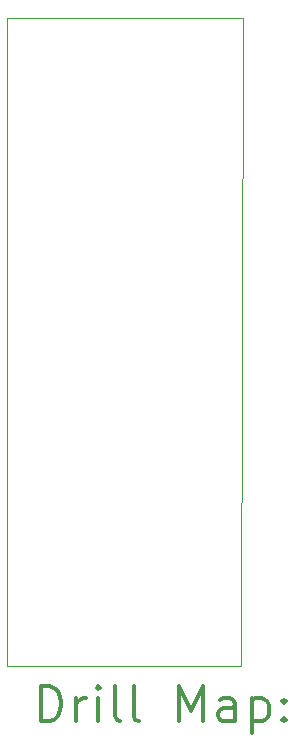
<source format=gbr>
%FSLAX45Y45*%
G04 Gerber Fmt 4.5, Leading zero omitted, Abs format (unit mm)*
G04 Created by KiCad (PCBNEW (5.1.9)-1) date 2021-06-10 15:02:57*
%MOMM*%
%LPD*%
G01*
G04 APERTURE LIST*
%TA.AperFunction,Profile*%
%ADD10C,0.050000*%
%TD*%
%ADD11C,0.200000*%
%ADD12C,0.300000*%
G04 APERTURE END LIST*
D10*
X9779000Y-10058400D02*
X9779000Y-4572000D01*
X11760200Y-10058400D02*
X9779000Y-10058400D01*
X11772900Y-4572000D02*
X11760200Y-10058400D01*
X9779000Y-4572000D02*
X11772900Y-4572000D01*
D11*
D12*
X10062928Y-10526614D02*
X10062928Y-10226614D01*
X10134357Y-10226614D01*
X10177214Y-10240900D01*
X10205786Y-10269472D01*
X10220071Y-10298043D01*
X10234357Y-10355186D01*
X10234357Y-10398043D01*
X10220071Y-10455186D01*
X10205786Y-10483757D01*
X10177214Y-10512329D01*
X10134357Y-10526614D01*
X10062928Y-10526614D01*
X10362928Y-10526614D02*
X10362928Y-10326614D01*
X10362928Y-10383757D02*
X10377214Y-10355186D01*
X10391500Y-10340900D01*
X10420071Y-10326614D01*
X10448643Y-10326614D01*
X10548643Y-10526614D02*
X10548643Y-10326614D01*
X10548643Y-10226614D02*
X10534357Y-10240900D01*
X10548643Y-10255186D01*
X10562928Y-10240900D01*
X10548643Y-10226614D01*
X10548643Y-10255186D01*
X10734357Y-10526614D02*
X10705786Y-10512329D01*
X10691500Y-10483757D01*
X10691500Y-10226614D01*
X10891500Y-10526614D02*
X10862928Y-10512329D01*
X10848643Y-10483757D01*
X10848643Y-10226614D01*
X11234357Y-10526614D02*
X11234357Y-10226614D01*
X11334357Y-10440900D01*
X11434357Y-10226614D01*
X11434357Y-10526614D01*
X11705786Y-10526614D02*
X11705786Y-10369472D01*
X11691500Y-10340900D01*
X11662928Y-10326614D01*
X11605786Y-10326614D01*
X11577214Y-10340900D01*
X11705786Y-10512329D02*
X11677214Y-10526614D01*
X11605786Y-10526614D01*
X11577214Y-10512329D01*
X11562928Y-10483757D01*
X11562928Y-10455186D01*
X11577214Y-10426614D01*
X11605786Y-10412329D01*
X11677214Y-10412329D01*
X11705786Y-10398043D01*
X11848643Y-10326614D02*
X11848643Y-10626614D01*
X11848643Y-10340900D02*
X11877214Y-10326614D01*
X11934357Y-10326614D01*
X11962928Y-10340900D01*
X11977214Y-10355186D01*
X11991500Y-10383757D01*
X11991500Y-10469472D01*
X11977214Y-10498043D01*
X11962928Y-10512329D01*
X11934357Y-10526614D01*
X11877214Y-10526614D01*
X11848643Y-10512329D01*
X12120071Y-10498043D02*
X12134357Y-10512329D01*
X12120071Y-10526614D01*
X12105786Y-10512329D01*
X12120071Y-10498043D01*
X12120071Y-10526614D01*
X12120071Y-10340900D02*
X12134357Y-10355186D01*
X12120071Y-10369472D01*
X12105786Y-10355186D01*
X12120071Y-10340900D01*
X12120071Y-10369472D01*
M02*

</source>
